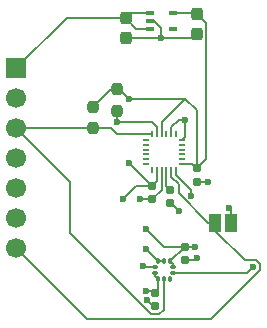
<source format=gbr>
%TF.GenerationSoftware,KiCad,Pcbnew,9.0.5*%
%TF.CreationDate,2025-10-10T13:47:39-04:00*%
%TF.ProjectId,IMU,494d552e-6b69-4636-9164-5f7063625858,0.2*%
%TF.SameCoordinates,Original*%
%TF.FileFunction,Copper,L1,Top*%
%TF.FilePolarity,Positive*%
%FSLAX46Y46*%
G04 Gerber Fmt 4.6, Leading zero omitted, Abs format (unit mm)*
G04 Created by KiCad (PCBNEW 9.0.5) date 2025-10-10 13:47:39*
%MOMM*%
%LPD*%
G01*
G04 APERTURE LIST*
G04 Aperture macros list*
%AMRoundRect*
0 Rectangle with rounded corners*
0 $1 Rounding radius*
0 $2 $3 $4 $5 $6 $7 $8 $9 X,Y pos of 4 corners*
0 Add a 4 corners polygon primitive as box body*
4,1,4,$2,$3,$4,$5,$6,$7,$8,$9,$2,$3,0*
0 Add four circle primitives for the rounded corners*
1,1,$1+$1,$2,$3*
1,1,$1+$1,$4,$5*
1,1,$1+$1,$6,$7*
1,1,$1+$1,$8,$9*
0 Add four rect primitives between the rounded corners*
20,1,$1+$1,$2,$3,$4,$5,0*
20,1,$1+$1,$4,$5,$6,$7,0*
20,1,$1+$1,$6,$7,$8,$9,0*
20,1,$1+$1,$8,$9,$2,$3,0*%
G04 Aperture macros list end*
%TA.AperFunction,SMDPad,CuDef*%
%ADD10RoundRect,0.155000X-0.155000X0.212500X-0.155000X-0.212500X0.155000X-0.212500X0.155000X0.212500X0*%
%TD*%
%TA.AperFunction,SMDPad,CuDef*%
%ADD11R,1.000000X1.500000*%
%TD*%
%TA.AperFunction,SMDPad,CuDef*%
%ADD12RoundRect,0.237500X-0.237500X0.250000X-0.237500X-0.250000X0.237500X-0.250000X0.237500X0.250000X0*%
%TD*%
%TA.AperFunction,ComponentPad*%
%ADD13R,1.700000X1.700000*%
%TD*%
%TA.AperFunction,ComponentPad*%
%ADD14C,1.700000*%
%TD*%
%TA.AperFunction,SMDPad,CuDef*%
%ADD15RoundRect,0.237500X-0.237500X0.300000X-0.237500X-0.300000X0.237500X-0.300000X0.237500X0.300000X0*%
%TD*%
%TA.AperFunction,SMDPad,CuDef*%
%ADD16RoundRect,0.100000X-0.225000X-0.100000X0.225000X-0.100000X0.225000X0.100000X-0.225000X0.100000X0*%
%TD*%
%TA.AperFunction,SMDPad,CuDef*%
%ADD17RoundRect,0.087500X-0.125000X-0.087500X0.125000X-0.087500X0.125000X0.087500X-0.125000X0.087500X0*%
%TD*%
%TA.AperFunction,SMDPad,CuDef*%
%ADD18RoundRect,0.087500X-0.087500X-0.125000X0.087500X-0.125000X0.087500X0.125000X-0.087500X0.125000X0*%
%TD*%
%TA.AperFunction,SMDPad,CuDef*%
%ADD19RoundRect,0.050000X-0.225000X-0.050000X0.225000X-0.050000X0.225000X0.050000X-0.225000X0.050000X0*%
%TD*%
%TA.AperFunction,SMDPad,CuDef*%
%ADD20RoundRect,0.050000X0.050000X-0.225000X0.050000X0.225000X-0.050000X0.225000X-0.050000X-0.225000X0*%
%TD*%
%TA.AperFunction,ViaPad*%
%ADD21C,0.600000*%
%TD*%
%TA.AperFunction,Conductor*%
%ADD22C,0.200000*%
%TD*%
G04 APERTURE END LIST*
D10*
%TO.P,C3,1*%
%TO.N,Net-(U1-REGOUT)*%
X150500000Y-103182500D03*
%TO.P,C3,2*%
%TO.N,GND*%
X150500000Y-104317500D03*
%TD*%
D11*
%TO.P,JP1,1,A*%
%TO.N,/FSYNC*%
X154350000Y-106000000D03*
%TO.P,JP1,2,B*%
%TO.N,GND*%
X155650000Y-106000000D03*
%TD*%
D12*
%TO.P,R1,1*%
%TO.N,/1.8v*%
X144000000Y-96175000D03*
%TO.P,R1,2*%
%TO.N,/SDA*%
X144000000Y-98000000D03*
%TD*%
D10*
%TO.P,C7,1*%
%TO.N,/1.8v*%
X151750000Y-108000000D03*
%TO.P,C7,2*%
%TO.N,GND*%
X151750000Y-109135000D03*
%TD*%
D13*
%TO.P,J1,1,Pin_1*%
%TO.N,Net-(J1-Pin_1)*%
X137500000Y-92920000D03*
D14*
%TO.P,J1,2,Pin_2*%
%TO.N,GND*%
X137500000Y-95460000D03*
%TO.P,J1,3,Pin_3*%
%TO.N,/SDA*%
X137500000Y-98000000D03*
%TO.P,J1,4,Pin_4*%
%TO.N,/SCL*%
X137500000Y-100540000D03*
%TO.P,J1,5,Pin_5*%
%TO.N,/INT1*%
X137500000Y-103080000D03*
%TO.P,J1,6,Pin_6*%
%TO.N,/INT2*%
X137500000Y-105620000D03*
%TO.P,J1,7,Pin_7*%
%TO.N,/FSYNC*%
X137500000Y-108160000D03*
%TD*%
D10*
%TO.P,C1,1*%
%TO.N,/1.8v*%
X149000000Y-102865000D03*
%TO.P,C1,2*%
%TO.N,GND*%
X149000000Y-104000000D03*
%TD*%
D15*
%TO.P,C5,1*%
%TO.N,/1.8v*%
X152750000Y-88275000D03*
%TO.P,C5,2*%
%TO.N,GND*%
X152750000Y-90000000D03*
%TD*%
D12*
%TO.P,R2,1*%
%TO.N,/1.8v*%
X146000000Y-94675000D03*
%TO.P,R2,2*%
%TO.N,/SCL*%
X146000000Y-96500000D03*
%TD*%
D16*
%TO.P,U3,1,VIN*%
%TO.N,Net-(J1-Pin_1)*%
X148850000Y-88250000D03*
%TO.P,U3,2,GND*%
%TO.N,GND*%
X148850000Y-88900000D03*
%TO.P,U3,3,EN*%
%TO.N,Net-(J1-Pin_1)*%
X148850000Y-89550000D03*
%TO.P,U3,4,NC*%
%TO.N,unconnected-(U3-NC-Pad4)*%
X150750000Y-89550000D03*
%TO.P,U3,5,VOUT*%
%TO.N,/1.8v*%
X150750000Y-88250000D03*
%TD*%
D17*
%TO.P,U2,1,CS*%
%TO.N,/1.8v*%
X150762500Y-109762500D03*
%TO.P,U2,2,SCL/SCLK*%
%TO.N,/SCL*%
X150762500Y-110262500D03*
D18*
%TO.P,U2,3*%
%TO.N,N/C*%
X150500000Y-110775000D03*
%TO.P,U2,4,SDA/SDIO/SDI*%
%TO.N,/SDA*%
X150000000Y-110775000D03*
%TO.P,U2,5,VDD*%
%TO.N,/1.8v*%
X149500000Y-110775000D03*
D17*
%TO.P,U2,6,SD0/AD0*%
X149237500Y-110262500D03*
%TO.P,U2,7,INT*%
%TO.N,/INT2*%
X149237500Y-109762500D03*
D18*
%TO.P,U2,8*%
%TO.N,N/C*%
X149500000Y-109250000D03*
%TO.P,U2,9*%
X150000000Y-109250000D03*
%TO.P,U2,10,VDDIO*%
%TO.N,/1.8v*%
X150500000Y-109250000D03*
%TD*%
D10*
%TO.P,C2,1*%
%TO.N,/1.8v*%
X149250000Y-111932500D03*
%TO.P,C2,2*%
%TO.N,GND*%
X149250000Y-113067500D03*
%TD*%
%TO.P,C6,1*%
%TO.N,/1.8v*%
X152750000Y-101365000D03*
%TO.P,C6,2*%
%TO.N,GND*%
X152750000Y-102500000D03*
%TD*%
D19*
%TO.P,U1,1,NC*%
%TO.N,unconnected-(U1-NC-Pad1)*%
X148500000Y-99000000D03*
%TO.P,U1,2,NC*%
%TO.N,unconnected-(U1-NC-Pad2)*%
X148500000Y-99400000D03*
%TO.P,U1,3,NC*%
%TO.N,unconnected-(U1-NC-Pad3)*%
X148500000Y-99800000D03*
%TO.P,U1,4,NC*%
%TO.N,unconnected-(U1-NC-Pad4)*%
X148500000Y-100200000D03*
%TO.P,U1,5,NC*%
%TO.N,unconnected-(U1-NC-Pad5)*%
X148500000Y-100600000D03*
%TO.P,U1,6,NC*%
%TO.N,unconnected-(U1-NC-Pad6)*%
X148500000Y-101000000D03*
D20*
%TO.P,U1,7,AUX_CL*%
%TO.N,unconnected-(U1-AUX_CL-Pad7)*%
X149000000Y-101500000D03*
%TO.P,U1,8,VDDIO*%
%TO.N,/1.8v*%
X149400000Y-101500000D03*
%TO.P,U1,9,SDO/AD0*%
%TO.N,GND*%
X149800000Y-101500000D03*
%TO.P,U1,10,REGOUT*%
%TO.N,Net-(U1-REGOUT)*%
X150200000Y-101500000D03*
%TO.P,U1,11,FSYNC*%
%TO.N,/FSYNC*%
X150600000Y-101500000D03*
%TO.P,U1,12,INT1*%
%TO.N,/INT1*%
X151000000Y-101500000D03*
D19*
%TO.P,U1,13,VDD*%
%TO.N,/1.8v*%
X151500000Y-101000000D03*
%TO.P,U1,14,NC*%
%TO.N,unconnected-(U1-NC-Pad14)*%
X151500000Y-100600000D03*
%TO.P,U1,15,NC*%
%TO.N,unconnected-(U1-NC-Pad15)*%
X151500000Y-100200000D03*
%TO.P,U1,16,NC*%
%TO.N,unconnected-(U1-NC-Pad16)*%
X151500000Y-99800000D03*
%TO.P,U1,17,NC*%
%TO.N,unconnected-(U1-NC-Pad17)*%
X151500000Y-99400000D03*
%TO.P,U1,18,GND*%
%TO.N,GND*%
X151500000Y-99000000D03*
D20*
%TO.P,U1,19,RESV*%
%TO.N,unconnected-(U1-RESV-Pad19)*%
X151000000Y-98500000D03*
%TO.P,U1,20,GND*%
%TO.N,GND*%
X150600000Y-98500000D03*
%TO.P,U1,21,AUX_DA*%
%TO.N,unconnected-(U1-AUX_DA-Pad21)*%
X150200000Y-98500000D03*
%TO.P,U1,22,~{CS}*%
%TO.N,/1.8v*%
X149800000Y-98500000D03*
%TO.P,U1,23,SCL/SCLK*%
%TO.N,/SCL*%
X149400000Y-98500000D03*
%TO.P,U1,24,SDA/SDI*%
%TO.N,/SDA*%
X149000000Y-98500000D03*
%TD*%
D15*
%TO.P,C4,1*%
%TO.N,Net-(J1-Pin_1)*%
X146750000Y-88637500D03*
%TO.P,C4,2*%
%TO.N,GND*%
X146750000Y-90362500D03*
%TD*%
D21*
%TO.N,GND*%
X148561950Y-112547597D03*
X152750000Y-109000000D03*
X151250000Y-105000000D03*
X148500000Y-108250000D03*
X149750000Y-90362500D03*
X153750000Y-102500000D03*
X148000000Y-104000000D03*
X155500000Y-104750000D03*
X151750000Y-97250000D03*
%TO.N,/1.8v*%
X152650000Y-108000000D03*
X147067500Y-100932500D03*
X147000000Y-95500000D03*
X146500000Y-104000000D03*
X148500000Y-106500000D03*
X148500000Y-111750000D03*
%TO.N,/INT2*%
X148250000Y-109650000D03*
%TO.N,/INT1*%
X152299265Y-103700735D03*
%TO.N,/SCL*%
X157500000Y-109750000D03*
X146000000Y-97500000D03*
%TD*%
D22*
%TO.N,GND*%
X149800000Y-101500000D02*
X149800000Y-103200000D01*
X155650000Y-104900000D02*
X155500000Y-104750000D01*
X155650000Y-106000000D02*
X155650000Y-104900000D01*
X148850000Y-88900000D02*
X149174999Y-88900000D01*
X149000000Y-104000000D02*
X148000000Y-104000000D01*
X151250000Y-97250000D02*
X151750000Y-97250000D01*
X152387500Y-90362500D02*
X152750000Y-90000000D01*
X151750000Y-98750000D02*
X151750000Y-97250000D01*
X150600000Y-97900000D02*
X151250000Y-97250000D01*
X150567500Y-104317500D02*
X151250000Y-105000000D01*
X149750000Y-89475001D02*
X149750000Y-90362500D01*
X150500000Y-104317500D02*
X150567500Y-104317500D01*
X149081853Y-113067500D02*
X148561950Y-112547597D01*
X149500000Y-109250000D02*
X150000000Y-109250000D01*
X152615000Y-109135000D02*
X152750000Y-109000000D01*
X149174999Y-88900000D02*
X149750000Y-89475001D01*
X151750000Y-109135000D02*
X152615000Y-109135000D01*
X149500000Y-109250000D02*
X148500000Y-108250000D01*
X152750000Y-102500000D02*
X153750000Y-102500000D01*
X150600000Y-98500000D02*
X150600000Y-97900000D01*
X149250000Y-113067500D02*
X149081853Y-113067500D01*
X149800000Y-103200000D02*
X149000000Y-104000000D01*
X146750000Y-90362500D02*
X149750000Y-90362500D01*
X151500000Y-99000000D02*
X151750000Y-98750000D01*
X149750000Y-90362500D02*
X152387500Y-90362500D01*
%TO.N,/1.8v*%
X150500000Y-109250000D02*
X151750000Y-108000000D01*
X149000000Y-102865000D02*
X147635000Y-102865000D01*
X145500000Y-94675000D02*
X144000000Y-96175000D01*
X149237500Y-110262500D02*
X149225000Y-110250000D01*
X146175000Y-94675000D02*
X147000000Y-95500000D01*
X149500000Y-110775000D02*
X149500000Y-111682500D01*
X149400000Y-102465000D02*
X149000000Y-102865000D01*
X149500000Y-111682500D02*
X149250000Y-111932500D01*
X152750000Y-88275000D02*
X153526000Y-89051000D01*
X149400000Y-101500000D02*
X149400000Y-102465000D01*
X151750000Y-108000000D02*
X152650000Y-108000000D01*
X151500000Y-101000000D02*
X152385000Y-101000000D01*
X147067500Y-100932500D02*
X149000000Y-102865000D01*
X150762500Y-109512500D02*
X150500000Y-109250000D01*
X153526000Y-100589000D02*
X152750000Y-101365000D01*
X149237500Y-110512500D02*
X149500000Y-110775000D01*
X150762500Y-109762500D02*
X150762500Y-109512500D01*
X148500000Y-111750000D02*
X149067500Y-111750000D01*
X150775000Y-109750000D02*
X150762500Y-109762500D01*
X147635000Y-102865000D02*
X146500000Y-104000000D01*
X146000000Y-94675000D02*
X146175000Y-94675000D01*
X152385000Y-101000000D02*
X152750000Y-101365000D01*
X152725000Y-88250000D02*
X152750000Y-88275000D01*
X152750000Y-96474000D02*
X152750000Y-101365000D01*
X146000000Y-94675000D02*
X145500000Y-94675000D01*
X151750000Y-108000000D02*
X150000000Y-108000000D01*
X149067500Y-111750000D02*
X149250000Y-111932500D01*
X149800000Y-98500000D02*
X149800000Y-97476000D01*
X150000000Y-108000000D02*
X148500000Y-106500000D01*
X149237500Y-110262500D02*
X149237500Y-110512500D01*
X153526000Y-89051000D02*
X153526000Y-100589000D01*
X151776000Y-95500000D02*
X152750000Y-96474000D01*
X150750000Y-88250000D02*
X152725000Y-88250000D01*
X149800000Y-97476000D02*
X151776000Y-95500000D01*
X147000000Y-95500000D02*
X151776000Y-95500000D01*
%TO.N,Net-(U1-REGOUT)*%
X150200000Y-102882500D02*
X150500000Y-103182500D01*
X150200000Y-101500000D02*
X150200000Y-102882500D01*
%TO.N,Net-(J1-Pin_1)*%
X148850000Y-89550000D02*
X147662500Y-89550000D01*
X146750000Y-88637500D02*
X147137500Y-88250000D01*
X146750000Y-88637500D02*
X141782500Y-88637500D01*
X147662500Y-89550000D02*
X146750000Y-88637500D01*
X147137500Y-88250000D02*
X148850000Y-88250000D01*
X146582500Y-88470000D02*
X146750000Y-88637500D01*
X141782500Y-88637500D02*
X137500000Y-92920000D01*
%TO.N,/INT2*%
X148362500Y-109762500D02*
X148250000Y-109650000D01*
X149237500Y-109762500D02*
X148362500Y-109762500D01*
%TO.N,/FSYNC*%
X151250000Y-102750000D02*
X151250000Y-103500000D01*
X153962943Y-114137000D02*
X143477000Y-114137000D01*
X143477000Y-114137000D02*
X137500000Y-108160000D01*
X150600000Y-102100000D02*
X151250000Y-102750000D01*
X153962943Y-114137000D02*
X158101000Y-109998943D01*
X158101000Y-109501057D02*
X157748943Y-109149000D01*
X157748943Y-109149000D02*
X156849000Y-109149000D01*
X154350000Y-106000000D02*
X153750000Y-106000000D01*
X156849000Y-109149000D02*
X154350000Y-106650000D01*
X158101000Y-109998943D02*
X158101000Y-109501057D01*
X150600000Y-101500000D02*
X150600000Y-102100000D01*
X153750000Y-106000000D02*
X151250000Y-103500000D01*
X154350000Y-106650000D02*
X154350000Y-106000000D01*
%TO.N,/INT1*%
X151000000Y-101932900D02*
X151000000Y-101500000D01*
X152299265Y-103232165D02*
X151000000Y-101932900D01*
X152299265Y-103700735D02*
X152299265Y-103232165D01*
%TO.N,/SCL*%
X149400000Y-98500000D02*
X149400000Y-97900000D01*
X146000000Y-96500000D02*
X146000000Y-97500000D01*
X157500000Y-109750000D02*
X156987500Y-110262500D01*
X149400000Y-97900000D02*
X149000000Y-97500000D01*
X149000000Y-97500000D02*
X146000000Y-97500000D01*
X156987500Y-110262500D02*
X150762500Y-110262500D01*
%TO.N,/SDA*%
X146000000Y-98500000D02*
X145500000Y-98000000D01*
X148901824Y-113736000D02*
X142000000Y-106834176D01*
X145500000Y-98000000D02*
X144500000Y-98000000D01*
X149598176Y-113736000D02*
X148901824Y-113736000D01*
X142000000Y-102500000D02*
X137500000Y-98000000D01*
X142000000Y-106834176D02*
X142000000Y-102500000D01*
X150000000Y-113334176D02*
X149598176Y-113736000D01*
X149000000Y-98500000D02*
X146000000Y-98500000D01*
X144500000Y-98000000D02*
X137500000Y-98000000D01*
X150000000Y-110775000D02*
X150000000Y-113334176D01*
%TD*%
M02*

</source>
